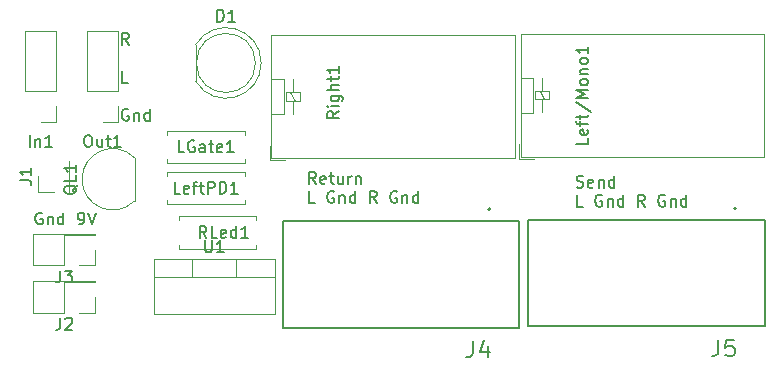
<source format=gbr>
%TF.GenerationSoftware,KiCad,Pcbnew,7.0.9*%
%TF.CreationDate,2024-06-09T17:27:21-04:00*%
%TF.ProjectId,PedalboardMain,50656461-6c62-46f6-9172-644d61696e2e,rev?*%
%TF.SameCoordinates,Original*%
%TF.FileFunction,Legend,Top*%
%TF.FilePolarity,Positive*%
%FSLAX46Y46*%
G04 Gerber Fmt 4.6, Leading zero omitted, Abs format (unit mm)*
G04 Created by KiCad (PCBNEW 7.0.9) date 2024-06-09 17:27:21*
%MOMM*%
%LPD*%
G01*
G04 APERTURE LIST*
%ADD10C,0.150000*%
%ADD11C,0.127000*%
%ADD12C,0.200000*%
%ADD13C,0.120000*%
G04 APERTURE END LIST*
D10*
X170389160Y-90902200D02*
X170532017Y-90949819D01*
X170532017Y-90949819D02*
X170770112Y-90949819D01*
X170770112Y-90949819D02*
X170865350Y-90902200D01*
X170865350Y-90902200D02*
X170912969Y-90854580D01*
X170912969Y-90854580D02*
X170960588Y-90759342D01*
X170960588Y-90759342D02*
X170960588Y-90664104D01*
X170960588Y-90664104D02*
X170912969Y-90568866D01*
X170912969Y-90568866D02*
X170865350Y-90521247D01*
X170865350Y-90521247D02*
X170770112Y-90473628D01*
X170770112Y-90473628D02*
X170579636Y-90426009D01*
X170579636Y-90426009D02*
X170484398Y-90378390D01*
X170484398Y-90378390D02*
X170436779Y-90330771D01*
X170436779Y-90330771D02*
X170389160Y-90235533D01*
X170389160Y-90235533D02*
X170389160Y-90140295D01*
X170389160Y-90140295D02*
X170436779Y-90045057D01*
X170436779Y-90045057D02*
X170484398Y-89997438D01*
X170484398Y-89997438D02*
X170579636Y-89949819D01*
X170579636Y-89949819D02*
X170817731Y-89949819D01*
X170817731Y-89949819D02*
X170960588Y-89997438D01*
X171770112Y-90902200D02*
X171674874Y-90949819D01*
X171674874Y-90949819D02*
X171484398Y-90949819D01*
X171484398Y-90949819D02*
X171389160Y-90902200D01*
X171389160Y-90902200D02*
X171341541Y-90806961D01*
X171341541Y-90806961D02*
X171341541Y-90426009D01*
X171341541Y-90426009D02*
X171389160Y-90330771D01*
X171389160Y-90330771D02*
X171484398Y-90283152D01*
X171484398Y-90283152D02*
X171674874Y-90283152D01*
X171674874Y-90283152D02*
X171770112Y-90330771D01*
X171770112Y-90330771D02*
X171817731Y-90426009D01*
X171817731Y-90426009D02*
X171817731Y-90521247D01*
X171817731Y-90521247D02*
X171341541Y-90616485D01*
X172246303Y-90283152D02*
X172246303Y-90949819D01*
X172246303Y-90378390D02*
X172293922Y-90330771D01*
X172293922Y-90330771D02*
X172389160Y-90283152D01*
X172389160Y-90283152D02*
X172532017Y-90283152D01*
X172532017Y-90283152D02*
X172627255Y-90330771D01*
X172627255Y-90330771D02*
X172674874Y-90426009D01*
X172674874Y-90426009D02*
X172674874Y-90949819D01*
X173579636Y-90949819D02*
X173579636Y-89949819D01*
X173579636Y-90902200D02*
X173484398Y-90949819D01*
X173484398Y-90949819D02*
X173293922Y-90949819D01*
X173293922Y-90949819D02*
X173198684Y-90902200D01*
X173198684Y-90902200D02*
X173151065Y-90854580D01*
X173151065Y-90854580D02*
X173103446Y-90759342D01*
X173103446Y-90759342D02*
X173103446Y-90473628D01*
X173103446Y-90473628D02*
X173151065Y-90378390D01*
X173151065Y-90378390D02*
X173198684Y-90330771D01*
X173198684Y-90330771D02*
X173293922Y-90283152D01*
X173293922Y-90283152D02*
X173484398Y-90283152D01*
X173484398Y-90283152D02*
X173579636Y-90330771D01*
X170912969Y-92559819D02*
X170436779Y-92559819D01*
X170436779Y-92559819D02*
X170436779Y-91559819D01*
X172532017Y-91607438D02*
X172436779Y-91559819D01*
X172436779Y-91559819D02*
X172293922Y-91559819D01*
X172293922Y-91559819D02*
X172151065Y-91607438D01*
X172151065Y-91607438D02*
X172055827Y-91702676D01*
X172055827Y-91702676D02*
X172008208Y-91797914D01*
X172008208Y-91797914D02*
X171960589Y-91988390D01*
X171960589Y-91988390D02*
X171960589Y-92131247D01*
X171960589Y-92131247D02*
X172008208Y-92321723D01*
X172008208Y-92321723D02*
X172055827Y-92416961D01*
X172055827Y-92416961D02*
X172151065Y-92512200D01*
X172151065Y-92512200D02*
X172293922Y-92559819D01*
X172293922Y-92559819D02*
X172389160Y-92559819D01*
X172389160Y-92559819D02*
X172532017Y-92512200D01*
X172532017Y-92512200D02*
X172579636Y-92464580D01*
X172579636Y-92464580D02*
X172579636Y-92131247D01*
X172579636Y-92131247D02*
X172389160Y-92131247D01*
X173008208Y-91893152D02*
X173008208Y-92559819D01*
X173008208Y-91988390D02*
X173055827Y-91940771D01*
X173055827Y-91940771D02*
X173151065Y-91893152D01*
X173151065Y-91893152D02*
X173293922Y-91893152D01*
X173293922Y-91893152D02*
X173389160Y-91940771D01*
X173389160Y-91940771D02*
X173436779Y-92036009D01*
X173436779Y-92036009D02*
X173436779Y-92559819D01*
X174341541Y-92559819D02*
X174341541Y-91559819D01*
X174341541Y-92512200D02*
X174246303Y-92559819D01*
X174246303Y-92559819D02*
X174055827Y-92559819D01*
X174055827Y-92559819D02*
X173960589Y-92512200D01*
X173960589Y-92512200D02*
X173912970Y-92464580D01*
X173912970Y-92464580D02*
X173865351Y-92369342D01*
X173865351Y-92369342D02*
X173865351Y-92083628D01*
X173865351Y-92083628D02*
X173912970Y-91988390D01*
X173912970Y-91988390D02*
X173960589Y-91940771D01*
X173960589Y-91940771D02*
X174055827Y-91893152D01*
X174055827Y-91893152D02*
X174246303Y-91893152D01*
X174246303Y-91893152D02*
X174341541Y-91940771D01*
X176151065Y-92559819D02*
X175817732Y-92083628D01*
X175579637Y-92559819D02*
X175579637Y-91559819D01*
X175579637Y-91559819D02*
X175960589Y-91559819D01*
X175960589Y-91559819D02*
X176055827Y-91607438D01*
X176055827Y-91607438D02*
X176103446Y-91655057D01*
X176103446Y-91655057D02*
X176151065Y-91750295D01*
X176151065Y-91750295D02*
X176151065Y-91893152D01*
X176151065Y-91893152D02*
X176103446Y-91988390D01*
X176103446Y-91988390D02*
X176055827Y-92036009D01*
X176055827Y-92036009D02*
X175960589Y-92083628D01*
X175960589Y-92083628D02*
X175579637Y-92083628D01*
X177865351Y-91607438D02*
X177770113Y-91559819D01*
X177770113Y-91559819D02*
X177627256Y-91559819D01*
X177627256Y-91559819D02*
X177484399Y-91607438D01*
X177484399Y-91607438D02*
X177389161Y-91702676D01*
X177389161Y-91702676D02*
X177341542Y-91797914D01*
X177341542Y-91797914D02*
X177293923Y-91988390D01*
X177293923Y-91988390D02*
X177293923Y-92131247D01*
X177293923Y-92131247D02*
X177341542Y-92321723D01*
X177341542Y-92321723D02*
X177389161Y-92416961D01*
X177389161Y-92416961D02*
X177484399Y-92512200D01*
X177484399Y-92512200D02*
X177627256Y-92559819D01*
X177627256Y-92559819D02*
X177722494Y-92559819D01*
X177722494Y-92559819D02*
X177865351Y-92512200D01*
X177865351Y-92512200D02*
X177912970Y-92464580D01*
X177912970Y-92464580D02*
X177912970Y-92131247D01*
X177912970Y-92131247D02*
X177722494Y-92131247D01*
X178341542Y-91893152D02*
X178341542Y-92559819D01*
X178341542Y-91988390D02*
X178389161Y-91940771D01*
X178389161Y-91940771D02*
X178484399Y-91893152D01*
X178484399Y-91893152D02*
X178627256Y-91893152D01*
X178627256Y-91893152D02*
X178722494Y-91940771D01*
X178722494Y-91940771D02*
X178770113Y-92036009D01*
X178770113Y-92036009D02*
X178770113Y-92559819D01*
X179674875Y-92559819D02*
X179674875Y-91559819D01*
X179674875Y-92512200D02*
X179579637Y-92559819D01*
X179579637Y-92559819D02*
X179389161Y-92559819D01*
X179389161Y-92559819D02*
X179293923Y-92512200D01*
X179293923Y-92512200D02*
X179246304Y-92464580D01*
X179246304Y-92464580D02*
X179198685Y-92369342D01*
X179198685Y-92369342D02*
X179198685Y-92083628D01*
X179198685Y-92083628D02*
X179246304Y-91988390D01*
X179246304Y-91988390D02*
X179293923Y-91940771D01*
X179293923Y-91940771D02*
X179389161Y-91893152D01*
X179389161Y-91893152D02*
X179579637Y-91893152D01*
X179579637Y-91893152D02*
X179674875Y-91940771D01*
X148308207Y-90649819D02*
X147974874Y-90173628D01*
X147736779Y-90649819D02*
X147736779Y-89649819D01*
X147736779Y-89649819D02*
X148117731Y-89649819D01*
X148117731Y-89649819D02*
X148212969Y-89697438D01*
X148212969Y-89697438D02*
X148260588Y-89745057D01*
X148260588Y-89745057D02*
X148308207Y-89840295D01*
X148308207Y-89840295D02*
X148308207Y-89983152D01*
X148308207Y-89983152D02*
X148260588Y-90078390D01*
X148260588Y-90078390D02*
X148212969Y-90126009D01*
X148212969Y-90126009D02*
X148117731Y-90173628D01*
X148117731Y-90173628D02*
X147736779Y-90173628D01*
X149117731Y-90602200D02*
X149022493Y-90649819D01*
X149022493Y-90649819D02*
X148832017Y-90649819D01*
X148832017Y-90649819D02*
X148736779Y-90602200D01*
X148736779Y-90602200D02*
X148689160Y-90506961D01*
X148689160Y-90506961D02*
X148689160Y-90126009D01*
X148689160Y-90126009D02*
X148736779Y-90030771D01*
X148736779Y-90030771D02*
X148832017Y-89983152D01*
X148832017Y-89983152D02*
X149022493Y-89983152D01*
X149022493Y-89983152D02*
X149117731Y-90030771D01*
X149117731Y-90030771D02*
X149165350Y-90126009D01*
X149165350Y-90126009D02*
X149165350Y-90221247D01*
X149165350Y-90221247D02*
X148689160Y-90316485D01*
X149451065Y-89983152D02*
X149832017Y-89983152D01*
X149593922Y-89649819D02*
X149593922Y-90506961D01*
X149593922Y-90506961D02*
X149641541Y-90602200D01*
X149641541Y-90602200D02*
X149736779Y-90649819D01*
X149736779Y-90649819D02*
X149832017Y-90649819D01*
X150593922Y-89983152D02*
X150593922Y-90649819D01*
X150165351Y-89983152D02*
X150165351Y-90506961D01*
X150165351Y-90506961D02*
X150212970Y-90602200D01*
X150212970Y-90602200D02*
X150308208Y-90649819D01*
X150308208Y-90649819D02*
X150451065Y-90649819D01*
X150451065Y-90649819D02*
X150546303Y-90602200D01*
X150546303Y-90602200D02*
X150593922Y-90554580D01*
X151070113Y-90649819D02*
X151070113Y-89983152D01*
X151070113Y-90173628D02*
X151117732Y-90078390D01*
X151117732Y-90078390D02*
X151165351Y-90030771D01*
X151165351Y-90030771D02*
X151260589Y-89983152D01*
X151260589Y-89983152D02*
X151355827Y-89983152D01*
X151689161Y-89983152D02*
X151689161Y-90649819D01*
X151689161Y-90078390D02*
X151736780Y-90030771D01*
X151736780Y-90030771D02*
X151832018Y-89983152D01*
X151832018Y-89983152D02*
X151974875Y-89983152D01*
X151974875Y-89983152D02*
X152070113Y-90030771D01*
X152070113Y-90030771D02*
X152117732Y-90126009D01*
X152117732Y-90126009D02*
X152117732Y-90649819D01*
X148212969Y-92259819D02*
X147736779Y-92259819D01*
X147736779Y-92259819D02*
X147736779Y-91259819D01*
X149832017Y-91307438D02*
X149736779Y-91259819D01*
X149736779Y-91259819D02*
X149593922Y-91259819D01*
X149593922Y-91259819D02*
X149451065Y-91307438D01*
X149451065Y-91307438D02*
X149355827Y-91402676D01*
X149355827Y-91402676D02*
X149308208Y-91497914D01*
X149308208Y-91497914D02*
X149260589Y-91688390D01*
X149260589Y-91688390D02*
X149260589Y-91831247D01*
X149260589Y-91831247D02*
X149308208Y-92021723D01*
X149308208Y-92021723D02*
X149355827Y-92116961D01*
X149355827Y-92116961D02*
X149451065Y-92212200D01*
X149451065Y-92212200D02*
X149593922Y-92259819D01*
X149593922Y-92259819D02*
X149689160Y-92259819D01*
X149689160Y-92259819D02*
X149832017Y-92212200D01*
X149832017Y-92212200D02*
X149879636Y-92164580D01*
X149879636Y-92164580D02*
X149879636Y-91831247D01*
X149879636Y-91831247D02*
X149689160Y-91831247D01*
X150308208Y-91593152D02*
X150308208Y-92259819D01*
X150308208Y-91688390D02*
X150355827Y-91640771D01*
X150355827Y-91640771D02*
X150451065Y-91593152D01*
X150451065Y-91593152D02*
X150593922Y-91593152D01*
X150593922Y-91593152D02*
X150689160Y-91640771D01*
X150689160Y-91640771D02*
X150736779Y-91736009D01*
X150736779Y-91736009D02*
X150736779Y-92259819D01*
X151641541Y-92259819D02*
X151641541Y-91259819D01*
X151641541Y-92212200D02*
X151546303Y-92259819D01*
X151546303Y-92259819D02*
X151355827Y-92259819D01*
X151355827Y-92259819D02*
X151260589Y-92212200D01*
X151260589Y-92212200D02*
X151212970Y-92164580D01*
X151212970Y-92164580D02*
X151165351Y-92069342D01*
X151165351Y-92069342D02*
X151165351Y-91783628D01*
X151165351Y-91783628D02*
X151212970Y-91688390D01*
X151212970Y-91688390D02*
X151260589Y-91640771D01*
X151260589Y-91640771D02*
X151355827Y-91593152D01*
X151355827Y-91593152D02*
X151546303Y-91593152D01*
X151546303Y-91593152D02*
X151641541Y-91640771D01*
X153451065Y-92259819D02*
X153117732Y-91783628D01*
X152879637Y-92259819D02*
X152879637Y-91259819D01*
X152879637Y-91259819D02*
X153260589Y-91259819D01*
X153260589Y-91259819D02*
X153355827Y-91307438D01*
X153355827Y-91307438D02*
X153403446Y-91355057D01*
X153403446Y-91355057D02*
X153451065Y-91450295D01*
X153451065Y-91450295D02*
X153451065Y-91593152D01*
X153451065Y-91593152D02*
X153403446Y-91688390D01*
X153403446Y-91688390D02*
X153355827Y-91736009D01*
X153355827Y-91736009D02*
X153260589Y-91783628D01*
X153260589Y-91783628D02*
X152879637Y-91783628D01*
X155165351Y-91307438D02*
X155070113Y-91259819D01*
X155070113Y-91259819D02*
X154927256Y-91259819D01*
X154927256Y-91259819D02*
X154784399Y-91307438D01*
X154784399Y-91307438D02*
X154689161Y-91402676D01*
X154689161Y-91402676D02*
X154641542Y-91497914D01*
X154641542Y-91497914D02*
X154593923Y-91688390D01*
X154593923Y-91688390D02*
X154593923Y-91831247D01*
X154593923Y-91831247D02*
X154641542Y-92021723D01*
X154641542Y-92021723D02*
X154689161Y-92116961D01*
X154689161Y-92116961D02*
X154784399Y-92212200D01*
X154784399Y-92212200D02*
X154927256Y-92259819D01*
X154927256Y-92259819D02*
X155022494Y-92259819D01*
X155022494Y-92259819D02*
X155165351Y-92212200D01*
X155165351Y-92212200D02*
X155212970Y-92164580D01*
X155212970Y-92164580D02*
X155212970Y-91831247D01*
X155212970Y-91831247D02*
X155022494Y-91831247D01*
X155641542Y-91593152D02*
X155641542Y-92259819D01*
X155641542Y-91688390D02*
X155689161Y-91640771D01*
X155689161Y-91640771D02*
X155784399Y-91593152D01*
X155784399Y-91593152D02*
X155927256Y-91593152D01*
X155927256Y-91593152D02*
X156022494Y-91640771D01*
X156022494Y-91640771D02*
X156070113Y-91736009D01*
X156070113Y-91736009D02*
X156070113Y-92259819D01*
X156974875Y-92259819D02*
X156974875Y-91259819D01*
X156974875Y-92212200D02*
X156879637Y-92259819D01*
X156879637Y-92259819D02*
X156689161Y-92259819D01*
X156689161Y-92259819D02*
X156593923Y-92212200D01*
X156593923Y-92212200D02*
X156546304Y-92164580D01*
X156546304Y-92164580D02*
X156498685Y-92069342D01*
X156498685Y-92069342D02*
X156498685Y-91783628D01*
X156498685Y-91783628D02*
X156546304Y-91688390D01*
X156546304Y-91688390D02*
X156593923Y-91640771D01*
X156593923Y-91640771D02*
X156689161Y-91593152D01*
X156689161Y-91593152D02*
X156879637Y-91593152D01*
X156879637Y-91593152D02*
X156974875Y-91640771D01*
X132488207Y-78839819D02*
X132154874Y-78363628D01*
X131916779Y-78839819D02*
X131916779Y-77839819D01*
X131916779Y-77839819D02*
X132297731Y-77839819D01*
X132297731Y-77839819D02*
X132392969Y-77887438D01*
X132392969Y-77887438D02*
X132440588Y-77935057D01*
X132440588Y-77935057D02*
X132488207Y-78030295D01*
X132488207Y-78030295D02*
X132488207Y-78173152D01*
X132488207Y-78173152D02*
X132440588Y-78268390D01*
X132440588Y-78268390D02*
X132392969Y-78316009D01*
X132392969Y-78316009D02*
X132297731Y-78363628D01*
X132297731Y-78363628D02*
X131916779Y-78363628D01*
X132392969Y-82059819D02*
X131916779Y-82059819D01*
X131916779Y-82059819D02*
X131916779Y-81059819D01*
X132440588Y-84327438D02*
X132345350Y-84279819D01*
X132345350Y-84279819D02*
X132202493Y-84279819D01*
X132202493Y-84279819D02*
X132059636Y-84327438D01*
X132059636Y-84327438D02*
X131964398Y-84422676D01*
X131964398Y-84422676D02*
X131916779Y-84517914D01*
X131916779Y-84517914D02*
X131869160Y-84708390D01*
X131869160Y-84708390D02*
X131869160Y-84851247D01*
X131869160Y-84851247D02*
X131916779Y-85041723D01*
X131916779Y-85041723D02*
X131964398Y-85136961D01*
X131964398Y-85136961D02*
X132059636Y-85232200D01*
X132059636Y-85232200D02*
X132202493Y-85279819D01*
X132202493Y-85279819D02*
X132297731Y-85279819D01*
X132297731Y-85279819D02*
X132440588Y-85232200D01*
X132440588Y-85232200D02*
X132488207Y-85184580D01*
X132488207Y-85184580D02*
X132488207Y-84851247D01*
X132488207Y-84851247D02*
X132297731Y-84851247D01*
X132916779Y-84613152D02*
X132916779Y-85279819D01*
X132916779Y-84708390D02*
X132964398Y-84660771D01*
X132964398Y-84660771D02*
X133059636Y-84613152D01*
X133059636Y-84613152D02*
X133202493Y-84613152D01*
X133202493Y-84613152D02*
X133297731Y-84660771D01*
X133297731Y-84660771D02*
X133345350Y-84756009D01*
X133345350Y-84756009D02*
X133345350Y-85279819D01*
X134250112Y-85279819D02*
X134250112Y-84279819D01*
X134250112Y-85232200D02*
X134154874Y-85279819D01*
X134154874Y-85279819D02*
X133964398Y-85279819D01*
X133964398Y-85279819D02*
X133869160Y-85232200D01*
X133869160Y-85232200D02*
X133821541Y-85184580D01*
X133821541Y-85184580D02*
X133773922Y-85089342D01*
X133773922Y-85089342D02*
X133773922Y-84803628D01*
X133773922Y-84803628D02*
X133821541Y-84708390D01*
X133821541Y-84708390D02*
X133869160Y-84660771D01*
X133869160Y-84660771D02*
X133964398Y-84613152D01*
X133964398Y-84613152D02*
X134154874Y-84613152D01*
X134154874Y-84613152D02*
X134250112Y-84660771D01*
X125135588Y-93117438D02*
X125040350Y-93069819D01*
X125040350Y-93069819D02*
X124897493Y-93069819D01*
X124897493Y-93069819D02*
X124754636Y-93117438D01*
X124754636Y-93117438D02*
X124659398Y-93212676D01*
X124659398Y-93212676D02*
X124611779Y-93307914D01*
X124611779Y-93307914D02*
X124564160Y-93498390D01*
X124564160Y-93498390D02*
X124564160Y-93641247D01*
X124564160Y-93641247D02*
X124611779Y-93831723D01*
X124611779Y-93831723D02*
X124659398Y-93926961D01*
X124659398Y-93926961D02*
X124754636Y-94022200D01*
X124754636Y-94022200D02*
X124897493Y-94069819D01*
X124897493Y-94069819D02*
X124992731Y-94069819D01*
X124992731Y-94069819D02*
X125135588Y-94022200D01*
X125135588Y-94022200D02*
X125183207Y-93974580D01*
X125183207Y-93974580D02*
X125183207Y-93641247D01*
X125183207Y-93641247D02*
X124992731Y-93641247D01*
X125611779Y-93403152D02*
X125611779Y-94069819D01*
X125611779Y-93498390D02*
X125659398Y-93450771D01*
X125659398Y-93450771D02*
X125754636Y-93403152D01*
X125754636Y-93403152D02*
X125897493Y-93403152D01*
X125897493Y-93403152D02*
X125992731Y-93450771D01*
X125992731Y-93450771D02*
X126040350Y-93546009D01*
X126040350Y-93546009D02*
X126040350Y-94069819D01*
X126945112Y-94069819D02*
X126945112Y-93069819D01*
X126945112Y-94022200D02*
X126849874Y-94069819D01*
X126849874Y-94069819D02*
X126659398Y-94069819D01*
X126659398Y-94069819D02*
X126564160Y-94022200D01*
X126564160Y-94022200D02*
X126516541Y-93974580D01*
X126516541Y-93974580D02*
X126468922Y-93879342D01*
X126468922Y-93879342D02*
X126468922Y-93593628D01*
X126468922Y-93593628D02*
X126516541Y-93498390D01*
X126516541Y-93498390D02*
X126564160Y-93450771D01*
X126564160Y-93450771D02*
X126659398Y-93403152D01*
X126659398Y-93403152D02*
X126849874Y-93403152D01*
X126849874Y-93403152D02*
X126945112Y-93450771D01*
X128230827Y-94069819D02*
X128421303Y-94069819D01*
X128421303Y-94069819D02*
X128516541Y-94022200D01*
X128516541Y-94022200D02*
X128564160Y-93974580D01*
X128564160Y-93974580D02*
X128659398Y-93831723D01*
X128659398Y-93831723D02*
X128707017Y-93641247D01*
X128707017Y-93641247D02*
X128707017Y-93260295D01*
X128707017Y-93260295D02*
X128659398Y-93165057D01*
X128659398Y-93165057D02*
X128611779Y-93117438D01*
X128611779Y-93117438D02*
X128516541Y-93069819D01*
X128516541Y-93069819D02*
X128326065Y-93069819D01*
X128326065Y-93069819D02*
X128230827Y-93117438D01*
X128230827Y-93117438D02*
X128183208Y-93165057D01*
X128183208Y-93165057D02*
X128135589Y-93260295D01*
X128135589Y-93260295D02*
X128135589Y-93498390D01*
X128135589Y-93498390D02*
X128183208Y-93593628D01*
X128183208Y-93593628D02*
X128230827Y-93641247D01*
X128230827Y-93641247D02*
X128326065Y-93688866D01*
X128326065Y-93688866D02*
X128516541Y-93688866D01*
X128516541Y-93688866D02*
X128611779Y-93641247D01*
X128611779Y-93641247D02*
X128659398Y-93593628D01*
X128659398Y-93593628D02*
X128707017Y-93498390D01*
X128992732Y-93069819D02*
X129326065Y-94069819D01*
X129326065Y-94069819D02*
X129659398Y-93069819D01*
X182388333Y-103828866D02*
X182388333Y-104828866D01*
X182388333Y-104828866D02*
X182321666Y-105028866D01*
X182321666Y-105028866D02*
X182188333Y-105162200D01*
X182188333Y-105162200D02*
X181988333Y-105228866D01*
X181988333Y-105228866D02*
X181855000Y-105228866D01*
X183721667Y-103828866D02*
X183055000Y-103828866D01*
X183055000Y-103828866D02*
X182988333Y-104495533D01*
X182988333Y-104495533D02*
X183055000Y-104428866D01*
X183055000Y-104428866D02*
X183188333Y-104362200D01*
X183188333Y-104362200D02*
X183521667Y-104362200D01*
X183521667Y-104362200D02*
X183655000Y-104428866D01*
X183655000Y-104428866D02*
X183721667Y-104495533D01*
X183721667Y-104495533D02*
X183788333Y-104628866D01*
X183788333Y-104628866D02*
X183788333Y-104962200D01*
X183788333Y-104962200D02*
X183721667Y-105095533D01*
X183721667Y-105095533D02*
X183655000Y-105162200D01*
X183655000Y-105162200D02*
X183521667Y-105228866D01*
X183521667Y-105228866D02*
X183188333Y-105228866D01*
X183188333Y-105228866D02*
X183055000Y-105162200D01*
X183055000Y-105162200D02*
X182988333Y-105095533D01*
X150254819Y-84495238D02*
X149778628Y-84828571D01*
X150254819Y-85066666D02*
X149254819Y-85066666D01*
X149254819Y-85066666D02*
X149254819Y-84685714D01*
X149254819Y-84685714D02*
X149302438Y-84590476D01*
X149302438Y-84590476D02*
X149350057Y-84542857D01*
X149350057Y-84542857D02*
X149445295Y-84495238D01*
X149445295Y-84495238D02*
X149588152Y-84495238D01*
X149588152Y-84495238D02*
X149683390Y-84542857D01*
X149683390Y-84542857D02*
X149731009Y-84590476D01*
X149731009Y-84590476D02*
X149778628Y-84685714D01*
X149778628Y-84685714D02*
X149778628Y-85066666D01*
X150254819Y-84066666D02*
X149588152Y-84066666D01*
X149254819Y-84066666D02*
X149302438Y-84114285D01*
X149302438Y-84114285D02*
X149350057Y-84066666D01*
X149350057Y-84066666D02*
X149302438Y-84019047D01*
X149302438Y-84019047D02*
X149254819Y-84066666D01*
X149254819Y-84066666D02*
X149350057Y-84066666D01*
X149588152Y-83161905D02*
X150397676Y-83161905D01*
X150397676Y-83161905D02*
X150492914Y-83209524D01*
X150492914Y-83209524D02*
X150540533Y-83257143D01*
X150540533Y-83257143D02*
X150588152Y-83352381D01*
X150588152Y-83352381D02*
X150588152Y-83495238D01*
X150588152Y-83495238D02*
X150540533Y-83590476D01*
X150207200Y-83161905D02*
X150254819Y-83257143D01*
X150254819Y-83257143D02*
X150254819Y-83447619D01*
X150254819Y-83447619D02*
X150207200Y-83542857D01*
X150207200Y-83542857D02*
X150159580Y-83590476D01*
X150159580Y-83590476D02*
X150064342Y-83638095D01*
X150064342Y-83638095D02*
X149778628Y-83638095D01*
X149778628Y-83638095D02*
X149683390Y-83590476D01*
X149683390Y-83590476D02*
X149635771Y-83542857D01*
X149635771Y-83542857D02*
X149588152Y-83447619D01*
X149588152Y-83447619D02*
X149588152Y-83257143D01*
X149588152Y-83257143D02*
X149635771Y-83161905D01*
X150254819Y-82685714D02*
X149254819Y-82685714D01*
X150254819Y-82257143D02*
X149731009Y-82257143D01*
X149731009Y-82257143D02*
X149635771Y-82304762D01*
X149635771Y-82304762D02*
X149588152Y-82400000D01*
X149588152Y-82400000D02*
X149588152Y-82542857D01*
X149588152Y-82542857D02*
X149635771Y-82638095D01*
X149635771Y-82638095D02*
X149683390Y-82685714D01*
X149588152Y-81923809D02*
X149588152Y-81542857D01*
X149254819Y-81780952D02*
X150111961Y-81780952D01*
X150111961Y-81780952D02*
X150207200Y-81733333D01*
X150207200Y-81733333D02*
X150254819Y-81638095D01*
X150254819Y-81638095D02*
X150254819Y-81542857D01*
X150254819Y-80685714D02*
X150254819Y-81257142D01*
X150254819Y-80971428D02*
X149254819Y-80971428D01*
X149254819Y-80971428D02*
X149397676Y-81066666D01*
X149397676Y-81066666D02*
X149492914Y-81161904D01*
X149492914Y-81161904D02*
X149540533Y-81257142D01*
X161588333Y-103928866D02*
X161588333Y-104928866D01*
X161588333Y-104928866D02*
X161521666Y-105128866D01*
X161521666Y-105128866D02*
X161388333Y-105262200D01*
X161388333Y-105262200D02*
X161188333Y-105328866D01*
X161188333Y-105328866D02*
X161055000Y-105328866D01*
X162855000Y-104395533D02*
X162855000Y-105328866D01*
X162521667Y-103862200D02*
X162188333Y-104862200D01*
X162188333Y-104862200D02*
X163055000Y-104862200D01*
X136833332Y-91454819D02*
X136357142Y-91454819D01*
X136357142Y-91454819D02*
X136357142Y-90454819D01*
X137547618Y-91407200D02*
X137452380Y-91454819D01*
X137452380Y-91454819D02*
X137261904Y-91454819D01*
X137261904Y-91454819D02*
X137166666Y-91407200D01*
X137166666Y-91407200D02*
X137119047Y-91311961D01*
X137119047Y-91311961D02*
X137119047Y-90931009D01*
X137119047Y-90931009D02*
X137166666Y-90835771D01*
X137166666Y-90835771D02*
X137261904Y-90788152D01*
X137261904Y-90788152D02*
X137452380Y-90788152D01*
X137452380Y-90788152D02*
X137547618Y-90835771D01*
X137547618Y-90835771D02*
X137595237Y-90931009D01*
X137595237Y-90931009D02*
X137595237Y-91026247D01*
X137595237Y-91026247D02*
X137119047Y-91121485D01*
X137880952Y-90788152D02*
X138261904Y-90788152D01*
X138023809Y-91454819D02*
X138023809Y-90597676D01*
X138023809Y-90597676D02*
X138071428Y-90502438D01*
X138071428Y-90502438D02*
X138166666Y-90454819D01*
X138166666Y-90454819D02*
X138261904Y-90454819D01*
X138452381Y-90788152D02*
X138833333Y-90788152D01*
X138595238Y-90454819D02*
X138595238Y-91311961D01*
X138595238Y-91311961D02*
X138642857Y-91407200D01*
X138642857Y-91407200D02*
X138738095Y-91454819D01*
X138738095Y-91454819D02*
X138833333Y-91454819D01*
X139166667Y-91454819D02*
X139166667Y-90454819D01*
X139166667Y-90454819D02*
X139547619Y-90454819D01*
X139547619Y-90454819D02*
X139642857Y-90502438D01*
X139642857Y-90502438D02*
X139690476Y-90550057D01*
X139690476Y-90550057D02*
X139738095Y-90645295D01*
X139738095Y-90645295D02*
X139738095Y-90788152D01*
X139738095Y-90788152D02*
X139690476Y-90883390D01*
X139690476Y-90883390D02*
X139642857Y-90931009D01*
X139642857Y-90931009D02*
X139547619Y-90978628D01*
X139547619Y-90978628D02*
X139166667Y-90978628D01*
X140166667Y-91454819D02*
X140166667Y-90454819D01*
X140166667Y-90454819D02*
X140404762Y-90454819D01*
X140404762Y-90454819D02*
X140547619Y-90502438D01*
X140547619Y-90502438D02*
X140642857Y-90597676D01*
X140642857Y-90597676D02*
X140690476Y-90692914D01*
X140690476Y-90692914D02*
X140738095Y-90883390D01*
X140738095Y-90883390D02*
X140738095Y-91026247D01*
X140738095Y-91026247D02*
X140690476Y-91216723D01*
X140690476Y-91216723D02*
X140642857Y-91311961D01*
X140642857Y-91311961D02*
X140547619Y-91407200D01*
X140547619Y-91407200D02*
X140404762Y-91454819D01*
X140404762Y-91454819D02*
X140166667Y-91454819D01*
X141690476Y-91454819D02*
X141119048Y-91454819D01*
X141404762Y-91454819D02*
X141404762Y-90454819D01*
X141404762Y-90454819D02*
X141309524Y-90597676D01*
X141309524Y-90597676D02*
X141214286Y-90692914D01*
X141214286Y-90692914D02*
X141119048Y-90740533D01*
X128100057Y-90750000D02*
X128052438Y-90845238D01*
X128052438Y-90845238D02*
X127957200Y-90940476D01*
X127957200Y-90940476D02*
X127814342Y-91083333D01*
X127814342Y-91083333D02*
X127766723Y-91178571D01*
X127766723Y-91178571D02*
X127766723Y-91273809D01*
X128004819Y-91226190D02*
X127957200Y-91321428D01*
X127957200Y-91321428D02*
X127861961Y-91416666D01*
X127861961Y-91416666D02*
X127671485Y-91464285D01*
X127671485Y-91464285D02*
X127338152Y-91464285D01*
X127338152Y-91464285D02*
X127147676Y-91416666D01*
X127147676Y-91416666D02*
X127052438Y-91321428D01*
X127052438Y-91321428D02*
X127004819Y-91226190D01*
X127004819Y-91226190D02*
X127004819Y-91035714D01*
X127004819Y-91035714D02*
X127052438Y-90940476D01*
X127052438Y-90940476D02*
X127147676Y-90845238D01*
X127147676Y-90845238D02*
X127338152Y-90797619D01*
X127338152Y-90797619D02*
X127671485Y-90797619D01*
X127671485Y-90797619D02*
X127861961Y-90845238D01*
X127861961Y-90845238D02*
X127957200Y-90940476D01*
X127957200Y-90940476D02*
X128004819Y-91035714D01*
X128004819Y-91035714D02*
X128004819Y-91226190D01*
X128004819Y-89892857D02*
X128004819Y-90369047D01*
X128004819Y-90369047D02*
X127004819Y-90369047D01*
X128004819Y-89035714D02*
X128004819Y-89607142D01*
X128004819Y-89321428D02*
X127004819Y-89321428D01*
X127004819Y-89321428D02*
X127147676Y-89416666D01*
X127147676Y-89416666D02*
X127242914Y-89511904D01*
X127242914Y-89511904D02*
X127290533Y-89607142D01*
X139956905Y-76894819D02*
X139956905Y-75894819D01*
X139956905Y-75894819D02*
X140195000Y-75894819D01*
X140195000Y-75894819D02*
X140337857Y-75942438D01*
X140337857Y-75942438D02*
X140433095Y-76037676D01*
X140433095Y-76037676D02*
X140480714Y-76132914D01*
X140480714Y-76132914D02*
X140528333Y-76323390D01*
X140528333Y-76323390D02*
X140528333Y-76466247D01*
X140528333Y-76466247D02*
X140480714Y-76656723D01*
X140480714Y-76656723D02*
X140433095Y-76751961D01*
X140433095Y-76751961D02*
X140337857Y-76847200D01*
X140337857Y-76847200D02*
X140195000Y-76894819D01*
X140195000Y-76894819D02*
X139956905Y-76894819D01*
X141480714Y-76894819D02*
X140909286Y-76894819D01*
X141195000Y-76894819D02*
X141195000Y-75894819D01*
X141195000Y-75894819D02*
X141099762Y-76037676D01*
X141099762Y-76037676D02*
X141004524Y-76132914D01*
X141004524Y-76132914D02*
X140909286Y-76180533D01*
X126671666Y-97984819D02*
X126671666Y-98699104D01*
X126671666Y-98699104D02*
X126624047Y-98841961D01*
X126624047Y-98841961D02*
X126528809Y-98937200D01*
X126528809Y-98937200D02*
X126385952Y-98984819D01*
X126385952Y-98984819D02*
X126290714Y-98984819D01*
X127052619Y-97984819D02*
X127671666Y-97984819D01*
X127671666Y-97984819D02*
X127338333Y-98365771D01*
X127338333Y-98365771D02*
X127481190Y-98365771D01*
X127481190Y-98365771D02*
X127576428Y-98413390D01*
X127576428Y-98413390D02*
X127624047Y-98461009D01*
X127624047Y-98461009D02*
X127671666Y-98556247D01*
X127671666Y-98556247D02*
X127671666Y-98794342D01*
X127671666Y-98794342D02*
X127624047Y-98889580D01*
X127624047Y-98889580D02*
X127576428Y-98937200D01*
X127576428Y-98937200D02*
X127481190Y-98984819D01*
X127481190Y-98984819D02*
X127195476Y-98984819D01*
X127195476Y-98984819D02*
X127100238Y-98937200D01*
X127100238Y-98937200D02*
X127052619Y-98889580D01*
X139047618Y-95204819D02*
X138714285Y-94728628D01*
X138476190Y-95204819D02*
X138476190Y-94204819D01*
X138476190Y-94204819D02*
X138857142Y-94204819D01*
X138857142Y-94204819D02*
X138952380Y-94252438D01*
X138952380Y-94252438D02*
X138999999Y-94300057D01*
X138999999Y-94300057D02*
X139047618Y-94395295D01*
X139047618Y-94395295D02*
X139047618Y-94538152D01*
X139047618Y-94538152D02*
X138999999Y-94633390D01*
X138999999Y-94633390D02*
X138952380Y-94681009D01*
X138952380Y-94681009D02*
X138857142Y-94728628D01*
X138857142Y-94728628D02*
X138476190Y-94728628D01*
X139952380Y-95204819D02*
X139476190Y-95204819D01*
X139476190Y-95204819D02*
X139476190Y-94204819D01*
X140666666Y-95157200D02*
X140571428Y-95204819D01*
X140571428Y-95204819D02*
X140380952Y-95204819D01*
X140380952Y-95204819D02*
X140285714Y-95157200D01*
X140285714Y-95157200D02*
X140238095Y-95061961D01*
X140238095Y-95061961D02*
X140238095Y-94681009D01*
X140238095Y-94681009D02*
X140285714Y-94585771D01*
X140285714Y-94585771D02*
X140380952Y-94538152D01*
X140380952Y-94538152D02*
X140571428Y-94538152D01*
X140571428Y-94538152D02*
X140666666Y-94585771D01*
X140666666Y-94585771D02*
X140714285Y-94681009D01*
X140714285Y-94681009D02*
X140714285Y-94776247D01*
X140714285Y-94776247D02*
X140238095Y-94871485D01*
X141571428Y-95204819D02*
X141571428Y-94204819D01*
X141571428Y-95157200D02*
X141476190Y-95204819D01*
X141476190Y-95204819D02*
X141285714Y-95204819D01*
X141285714Y-95204819D02*
X141190476Y-95157200D01*
X141190476Y-95157200D02*
X141142857Y-95109580D01*
X141142857Y-95109580D02*
X141095238Y-95014342D01*
X141095238Y-95014342D02*
X141095238Y-94728628D01*
X141095238Y-94728628D02*
X141142857Y-94633390D01*
X141142857Y-94633390D02*
X141190476Y-94585771D01*
X141190476Y-94585771D02*
X141285714Y-94538152D01*
X141285714Y-94538152D02*
X141476190Y-94538152D01*
X141476190Y-94538152D02*
X141571428Y-94585771D01*
X142571428Y-95204819D02*
X142000000Y-95204819D01*
X142285714Y-95204819D02*
X142285714Y-94204819D01*
X142285714Y-94204819D02*
X142190476Y-94347676D01*
X142190476Y-94347676D02*
X142095238Y-94442914D01*
X142095238Y-94442914D02*
X142000000Y-94490533D01*
X171354819Y-86771548D02*
X171354819Y-87247738D01*
X171354819Y-87247738D02*
X170354819Y-87247738D01*
X171307200Y-86057262D02*
X171354819Y-86152500D01*
X171354819Y-86152500D02*
X171354819Y-86342976D01*
X171354819Y-86342976D02*
X171307200Y-86438214D01*
X171307200Y-86438214D02*
X171211961Y-86485833D01*
X171211961Y-86485833D02*
X170831009Y-86485833D01*
X170831009Y-86485833D02*
X170735771Y-86438214D01*
X170735771Y-86438214D02*
X170688152Y-86342976D01*
X170688152Y-86342976D02*
X170688152Y-86152500D01*
X170688152Y-86152500D02*
X170735771Y-86057262D01*
X170735771Y-86057262D02*
X170831009Y-86009643D01*
X170831009Y-86009643D02*
X170926247Y-86009643D01*
X170926247Y-86009643D02*
X171021485Y-86485833D01*
X170688152Y-85723928D02*
X170688152Y-85342976D01*
X171354819Y-85581071D02*
X170497676Y-85581071D01*
X170497676Y-85581071D02*
X170402438Y-85533452D01*
X170402438Y-85533452D02*
X170354819Y-85438214D01*
X170354819Y-85438214D02*
X170354819Y-85342976D01*
X170688152Y-85152499D02*
X170688152Y-84771547D01*
X170354819Y-85009642D02*
X171211961Y-85009642D01*
X171211961Y-85009642D02*
X171307200Y-84962023D01*
X171307200Y-84962023D02*
X171354819Y-84866785D01*
X171354819Y-84866785D02*
X171354819Y-84771547D01*
X170307200Y-83723928D02*
X171592914Y-84581070D01*
X171354819Y-83390594D02*
X170354819Y-83390594D01*
X170354819Y-83390594D02*
X171069104Y-83057261D01*
X171069104Y-83057261D02*
X170354819Y-82723928D01*
X170354819Y-82723928D02*
X171354819Y-82723928D01*
X171354819Y-82104880D02*
X171307200Y-82200118D01*
X171307200Y-82200118D02*
X171259580Y-82247737D01*
X171259580Y-82247737D02*
X171164342Y-82295356D01*
X171164342Y-82295356D02*
X170878628Y-82295356D01*
X170878628Y-82295356D02*
X170783390Y-82247737D01*
X170783390Y-82247737D02*
X170735771Y-82200118D01*
X170735771Y-82200118D02*
X170688152Y-82104880D01*
X170688152Y-82104880D02*
X170688152Y-81962023D01*
X170688152Y-81962023D02*
X170735771Y-81866785D01*
X170735771Y-81866785D02*
X170783390Y-81819166D01*
X170783390Y-81819166D02*
X170878628Y-81771547D01*
X170878628Y-81771547D02*
X171164342Y-81771547D01*
X171164342Y-81771547D02*
X171259580Y-81819166D01*
X171259580Y-81819166D02*
X171307200Y-81866785D01*
X171307200Y-81866785D02*
X171354819Y-81962023D01*
X171354819Y-81962023D02*
X171354819Y-82104880D01*
X170688152Y-81342975D02*
X171354819Y-81342975D01*
X170783390Y-81342975D02*
X170735771Y-81295356D01*
X170735771Y-81295356D02*
X170688152Y-81200118D01*
X170688152Y-81200118D02*
X170688152Y-81057261D01*
X170688152Y-81057261D02*
X170735771Y-80962023D01*
X170735771Y-80962023D02*
X170831009Y-80914404D01*
X170831009Y-80914404D02*
X171354819Y-80914404D01*
X171354819Y-80295356D02*
X171307200Y-80390594D01*
X171307200Y-80390594D02*
X171259580Y-80438213D01*
X171259580Y-80438213D02*
X171164342Y-80485832D01*
X171164342Y-80485832D02*
X170878628Y-80485832D01*
X170878628Y-80485832D02*
X170783390Y-80438213D01*
X170783390Y-80438213D02*
X170735771Y-80390594D01*
X170735771Y-80390594D02*
X170688152Y-80295356D01*
X170688152Y-80295356D02*
X170688152Y-80152499D01*
X170688152Y-80152499D02*
X170735771Y-80057261D01*
X170735771Y-80057261D02*
X170783390Y-80009642D01*
X170783390Y-80009642D02*
X170878628Y-79962023D01*
X170878628Y-79962023D02*
X171164342Y-79962023D01*
X171164342Y-79962023D02*
X171259580Y-80009642D01*
X171259580Y-80009642D02*
X171307200Y-80057261D01*
X171307200Y-80057261D02*
X171354819Y-80152499D01*
X171354819Y-80152499D02*
X171354819Y-80295356D01*
X171354819Y-79009642D02*
X171354819Y-79581070D01*
X171354819Y-79295356D02*
X170354819Y-79295356D01*
X170354819Y-79295356D02*
X170497676Y-79390594D01*
X170497676Y-79390594D02*
X170592914Y-79485832D01*
X170592914Y-79485832D02*
X170640533Y-79581070D01*
X138938095Y-95429819D02*
X138938095Y-96239342D01*
X138938095Y-96239342D02*
X138985714Y-96334580D01*
X138985714Y-96334580D02*
X139033333Y-96382200D01*
X139033333Y-96382200D02*
X139128571Y-96429819D01*
X139128571Y-96429819D02*
X139319047Y-96429819D01*
X139319047Y-96429819D02*
X139414285Y-96382200D01*
X139414285Y-96382200D02*
X139461904Y-96334580D01*
X139461904Y-96334580D02*
X139509523Y-96239342D01*
X139509523Y-96239342D02*
X139509523Y-95429819D01*
X140509523Y-96429819D02*
X139938095Y-96429819D01*
X140223809Y-96429819D02*
X140223809Y-95429819D01*
X140223809Y-95429819D02*
X140128571Y-95572676D01*
X140128571Y-95572676D02*
X140033333Y-95667914D01*
X140033333Y-95667914D02*
X139938095Y-95715533D01*
X124071429Y-87509819D02*
X124071429Y-86509819D01*
X124547619Y-86843152D02*
X124547619Y-87509819D01*
X124547619Y-86938390D02*
X124595238Y-86890771D01*
X124595238Y-86890771D02*
X124690476Y-86843152D01*
X124690476Y-86843152D02*
X124833333Y-86843152D01*
X124833333Y-86843152D02*
X124928571Y-86890771D01*
X124928571Y-86890771D02*
X124976190Y-86986009D01*
X124976190Y-86986009D02*
X124976190Y-87509819D01*
X125976190Y-87509819D02*
X125404762Y-87509819D01*
X125690476Y-87509819D02*
X125690476Y-86509819D01*
X125690476Y-86509819D02*
X125595238Y-86652676D01*
X125595238Y-86652676D02*
X125500000Y-86747914D01*
X125500000Y-86747914D02*
X125404762Y-86795533D01*
X123224819Y-90333333D02*
X123939104Y-90333333D01*
X123939104Y-90333333D02*
X124081961Y-90380952D01*
X124081961Y-90380952D02*
X124177200Y-90476190D01*
X124177200Y-90476190D02*
X124224819Y-90619047D01*
X124224819Y-90619047D02*
X124224819Y-90714285D01*
X124224819Y-89333333D02*
X124224819Y-89904761D01*
X124224819Y-89619047D02*
X123224819Y-89619047D01*
X123224819Y-89619047D02*
X123367676Y-89714285D01*
X123367676Y-89714285D02*
X123462914Y-89809523D01*
X123462914Y-89809523D02*
X123510533Y-89904761D01*
X137166666Y-87954819D02*
X136690476Y-87954819D01*
X136690476Y-87954819D02*
X136690476Y-86954819D01*
X138023809Y-87002438D02*
X137928571Y-86954819D01*
X137928571Y-86954819D02*
X137785714Y-86954819D01*
X137785714Y-86954819D02*
X137642857Y-87002438D01*
X137642857Y-87002438D02*
X137547619Y-87097676D01*
X137547619Y-87097676D02*
X137500000Y-87192914D01*
X137500000Y-87192914D02*
X137452381Y-87383390D01*
X137452381Y-87383390D02*
X137452381Y-87526247D01*
X137452381Y-87526247D02*
X137500000Y-87716723D01*
X137500000Y-87716723D02*
X137547619Y-87811961D01*
X137547619Y-87811961D02*
X137642857Y-87907200D01*
X137642857Y-87907200D02*
X137785714Y-87954819D01*
X137785714Y-87954819D02*
X137880952Y-87954819D01*
X137880952Y-87954819D02*
X138023809Y-87907200D01*
X138023809Y-87907200D02*
X138071428Y-87859580D01*
X138071428Y-87859580D02*
X138071428Y-87526247D01*
X138071428Y-87526247D02*
X137880952Y-87526247D01*
X138928571Y-87954819D02*
X138928571Y-87431009D01*
X138928571Y-87431009D02*
X138880952Y-87335771D01*
X138880952Y-87335771D02*
X138785714Y-87288152D01*
X138785714Y-87288152D02*
X138595238Y-87288152D01*
X138595238Y-87288152D02*
X138500000Y-87335771D01*
X138928571Y-87907200D02*
X138833333Y-87954819D01*
X138833333Y-87954819D02*
X138595238Y-87954819D01*
X138595238Y-87954819D02*
X138500000Y-87907200D01*
X138500000Y-87907200D02*
X138452381Y-87811961D01*
X138452381Y-87811961D02*
X138452381Y-87716723D01*
X138452381Y-87716723D02*
X138500000Y-87621485D01*
X138500000Y-87621485D02*
X138595238Y-87573866D01*
X138595238Y-87573866D02*
X138833333Y-87573866D01*
X138833333Y-87573866D02*
X138928571Y-87526247D01*
X139261905Y-87288152D02*
X139642857Y-87288152D01*
X139404762Y-86954819D02*
X139404762Y-87811961D01*
X139404762Y-87811961D02*
X139452381Y-87907200D01*
X139452381Y-87907200D02*
X139547619Y-87954819D01*
X139547619Y-87954819D02*
X139642857Y-87954819D01*
X140357143Y-87907200D02*
X140261905Y-87954819D01*
X140261905Y-87954819D02*
X140071429Y-87954819D01*
X140071429Y-87954819D02*
X139976191Y-87907200D01*
X139976191Y-87907200D02*
X139928572Y-87811961D01*
X139928572Y-87811961D02*
X139928572Y-87431009D01*
X139928572Y-87431009D02*
X139976191Y-87335771D01*
X139976191Y-87335771D02*
X140071429Y-87288152D01*
X140071429Y-87288152D02*
X140261905Y-87288152D01*
X140261905Y-87288152D02*
X140357143Y-87335771D01*
X140357143Y-87335771D02*
X140404762Y-87431009D01*
X140404762Y-87431009D02*
X140404762Y-87526247D01*
X140404762Y-87526247D02*
X139928572Y-87621485D01*
X141357143Y-87954819D02*
X140785715Y-87954819D01*
X141071429Y-87954819D02*
X141071429Y-86954819D01*
X141071429Y-86954819D02*
X140976191Y-87097676D01*
X140976191Y-87097676D02*
X140880953Y-87192914D01*
X140880953Y-87192914D02*
X140785715Y-87240533D01*
X126671666Y-101984819D02*
X126671666Y-102699104D01*
X126671666Y-102699104D02*
X126624047Y-102841961D01*
X126624047Y-102841961D02*
X126528809Y-102937200D01*
X126528809Y-102937200D02*
X126385952Y-102984819D01*
X126385952Y-102984819D02*
X126290714Y-102984819D01*
X127100238Y-102080057D02*
X127147857Y-102032438D01*
X127147857Y-102032438D02*
X127243095Y-101984819D01*
X127243095Y-101984819D02*
X127481190Y-101984819D01*
X127481190Y-101984819D02*
X127576428Y-102032438D01*
X127576428Y-102032438D02*
X127624047Y-102080057D01*
X127624047Y-102080057D02*
X127671666Y-102175295D01*
X127671666Y-102175295D02*
X127671666Y-102270533D01*
X127671666Y-102270533D02*
X127624047Y-102413390D01*
X127624047Y-102413390D02*
X127052619Y-102984819D01*
X127052619Y-102984819D02*
X127671666Y-102984819D01*
X128940476Y-86509819D02*
X129130952Y-86509819D01*
X129130952Y-86509819D02*
X129226190Y-86557438D01*
X129226190Y-86557438D02*
X129321428Y-86652676D01*
X129321428Y-86652676D02*
X129369047Y-86843152D01*
X129369047Y-86843152D02*
X129369047Y-87176485D01*
X129369047Y-87176485D02*
X129321428Y-87366961D01*
X129321428Y-87366961D02*
X129226190Y-87462200D01*
X129226190Y-87462200D02*
X129130952Y-87509819D01*
X129130952Y-87509819D02*
X128940476Y-87509819D01*
X128940476Y-87509819D02*
X128845238Y-87462200D01*
X128845238Y-87462200D02*
X128750000Y-87366961D01*
X128750000Y-87366961D02*
X128702381Y-87176485D01*
X128702381Y-87176485D02*
X128702381Y-86843152D01*
X128702381Y-86843152D02*
X128750000Y-86652676D01*
X128750000Y-86652676D02*
X128845238Y-86557438D01*
X128845238Y-86557438D02*
X128940476Y-86509819D01*
X130226190Y-86843152D02*
X130226190Y-87509819D01*
X129797619Y-86843152D02*
X129797619Y-87366961D01*
X129797619Y-87366961D02*
X129845238Y-87462200D01*
X129845238Y-87462200D02*
X129940476Y-87509819D01*
X129940476Y-87509819D02*
X130083333Y-87509819D01*
X130083333Y-87509819D02*
X130178571Y-87462200D01*
X130178571Y-87462200D02*
X130226190Y-87414580D01*
X130559524Y-86843152D02*
X130940476Y-86843152D01*
X130702381Y-86509819D02*
X130702381Y-87366961D01*
X130702381Y-87366961D02*
X130750000Y-87462200D01*
X130750000Y-87462200D02*
X130845238Y-87509819D01*
X130845238Y-87509819D02*
X130940476Y-87509819D01*
X131797619Y-87509819D02*
X131226191Y-87509819D01*
X131511905Y-87509819D02*
X131511905Y-86509819D01*
X131511905Y-86509819D02*
X131416667Y-86652676D01*
X131416667Y-86652676D02*
X131321429Y-86747914D01*
X131321429Y-86747914D02*
X131226191Y-86795533D01*
D11*
%TO.C,J5*%
X186300000Y-93700000D02*
X186300000Y-102700000D01*
X166300000Y-102700000D02*
X166300000Y-93700000D01*
X186300000Y-102700000D02*
X166300000Y-102700000D01*
X166300000Y-93700000D02*
X186300000Y-93700000D01*
D12*
X183900000Y-92700000D02*
G75*
G03*
X183900000Y-92700000I-100000J0D01*
G01*
D13*
%TO.C,Right1*%
X165132500Y-78062500D02*
X144542500Y-78062500D01*
X144542500Y-78062500D02*
X144542500Y-88442500D01*
X145602500Y-81762500D02*
X144542500Y-81762500D01*
X146952500Y-82892500D02*
X145752500Y-82892500D01*
X146382500Y-82892500D02*
X146382500Y-81792500D01*
X145752500Y-82892500D02*
X145752500Y-83592500D01*
X146952500Y-83592500D02*
X146952500Y-82892500D01*
X146552500Y-83592500D02*
X146152500Y-82892500D01*
X146382500Y-83592500D02*
X146382500Y-84692500D01*
X145752500Y-83592500D02*
X146952500Y-83592500D01*
X145602500Y-84762500D02*
X145602500Y-81762500D01*
X144542500Y-84762500D02*
X145582500Y-84762500D01*
X165132500Y-88442500D02*
X165132500Y-78062500D01*
X144542500Y-88442500D02*
X165132500Y-88442500D01*
X145692500Y-88602500D02*
X144392500Y-88602500D01*
X144392500Y-88602500D02*
X144392500Y-87392500D01*
D11*
%TO.C,J4*%
X165500000Y-93800000D02*
X165500000Y-102800000D01*
X145500000Y-102800000D02*
X145500000Y-93800000D01*
X165500000Y-102800000D02*
X145500000Y-102800000D01*
X145500000Y-93800000D02*
X165500000Y-93800000D01*
D12*
X163100000Y-92800000D02*
G75*
G03*
X163100000Y-92800000I-100000J0D01*
G01*
D13*
%TO.C,LeftPD1*%
X142270000Y-92370000D02*
X135730000Y-92370000D01*
X142270000Y-92040000D02*
X142270000Y-92370000D01*
X142270000Y-89960000D02*
X142270000Y-89630000D01*
X142270000Y-89630000D02*
X135730000Y-89630000D01*
X135730000Y-92370000D02*
X135730000Y-92040000D01*
X135730000Y-89630000D02*
X135730000Y-89960000D01*
%TO.C,QL1*%
X132960000Y-92050000D02*
X132960000Y-88450000D01*
X128510000Y-90250000D02*
G75*
G03*
X132948478Y-92088478I2600000J0D01*
G01*
X132948478Y-88411522D02*
G75*
G03*
X128510000Y-90250000I-1838478J-1838478D01*
G01*
%TO.C,D1*%
X138135000Y-78855000D02*
X138135000Y-81945000D01*
X143684999Y-80400462D02*
G75*
G03*
X138135001Y-78855170I-2989999J462D01*
G01*
X138135000Y-81944830D02*
G75*
G03*
X143685000Y-80399538I2560000J1544830D01*
G01*
X143195000Y-80400000D02*
G75*
G03*
X143195000Y-80400000I-2500000J0D01*
G01*
%TO.C,J3*%
X129605000Y-97530000D02*
X128275000Y-97530000D01*
X129605000Y-96200000D02*
X129605000Y-97530000D01*
X129605000Y-94930000D02*
X129605000Y-94870000D01*
X129605000Y-94930000D02*
X127005000Y-94930000D01*
X129605000Y-94870000D02*
X124405000Y-94870000D01*
X127005000Y-97530000D02*
X124405000Y-97530000D01*
X127005000Y-94930000D02*
X127005000Y-97530000D01*
X124405000Y-97530000D02*
X124405000Y-94870000D01*
%TO.C,RLed1*%
X136730000Y-93380000D02*
X143270000Y-93380000D01*
X136730000Y-93710000D02*
X136730000Y-93380000D01*
X136730000Y-95790000D02*
X136730000Y-96120000D01*
X136730000Y-96120000D02*
X143270000Y-96120000D01*
X143270000Y-93380000D02*
X143270000Y-93710000D01*
X143270000Y-96120000D02*
X143270000Y-95790000D01*
%TO.C,Left/Mono1*%
X165492500Y-88502500D02*
X165492500Y-87292500D01*
X166792500Y-88502500D02*
X165492500Y-88502500D01*
X165642500Y-88342500D02*
X186232500Y-88342500D01*
X186232500Y-88342500D02*
X186232500Y-77962500D01*
X165642500Y-84662500D02*
X166682500Y-84662500D01*
X166702500Y-84662500D02*
X166702500Y-81662500D01*
X166852500Y-83492500D02*
X168052500Y-83492500D01*
X167482500Y-83492500D02*
X167482500Y-84592500D01*
X167652500Y-83492500D02*
X167252500Y-82792500D01*
X168052500Y-83492500D02*
X168052500Y-82792500D01*
X166852500Y-82792500D02*
X166852500Y-83492500D01*
X167482500Y-82792500D02*
X167482500Y-81692500D01*
X168052500Y-82792500D02*
X166852500Y-82792500D01*
X166702500Y-81662500D02*
X165642500Y-81662500D01*
X165642500Y-77962500D02*
X165642500Y-88342500D01*
X186232500Y-77962500D02*
X165642500Y-77962500D01*
%TO.C,U1*%
X134580000Y-96975000D02*
X134580000Y-101616000D01*
X134580000Y-96975000D02*
X144820000Y-96975000D01*
X134580000Y-98485000D02*
X144820000Y-98485000D01*
X134580000Y-101616000D02*
X144820000Y-101616000D01*
X137850000Y-96975000D02*
X137850000Y-98485000D01*
X141551000Y-96975000D02*
X141551000Y-98485000D01*
X144820000Y-96975000D02*
X144820000Y-101616000D01*
%TO.C,In1*%
X126330000Y-85410000D02*
X125000000Y-85410000D01*
X126330000Y-84080000D02*
X126330000Y-85410000D01*
X126330000Y-82810000D02*
X126330000Y-77670000D01*
X126330000Y-82810000D02*
X123670000Y-82810000D01*
X126330000Y-77670000D02*
X123670000Y-77670000D01*
X123670000Y-82810000D02*
X123670000Y-77670000D01*
%TO.C,J1*%
X124770000Y-91330000D02*
X124770000Y-90000000D01*
X126100000Y-91330000D02*
X124770000Y-91330000D01*
X127370000Y-91330000D02*
X127430000Y-91330000D01*
X127370000Y-91330000D02*
X127370000Y-88670000D01*
X127430000Y-91330000D02*
X127430000Y-88670000D01*
X127370000Y-88670000D02*
X127430000Y-88670000D01*
%TO.C,LGate1*%
X135730000Y-86130000D02*
X142270000Y-86130000D01*
X135730000Y-86460000D02*
X135730000Y-86130000D01*
X135730000Y-88540000D02*
X135730000Y-88870000D01*
X135730000Y-88870000D02*
X142270000Y-88870000D01*
X142270000Y-86130000D02*
X142270000Y-86460000D01*
X142270000Y-88870000D02*
X142270000Y-88540000D01*
%TO.C,J2*%
X129605000Y-101530000D02*
X128275000Y-101530000D01*
X129605000Y-100200000D02*
X129605000Y-101530000D01*
X129605000Y-98930000D02*
X129605000Y-98870000D01*
X129605000Y-98930000D02*
X127005000Y-98930000D01*
X129605000Y-98870000D02*
X124405000Y-98870000D01*
X127005000Y-101530000D02*
X124405000Y-101530000D01*
X127005000Y-98930000D02*
X127005000Y-101530000D01*
X124405000Y-101530000D02*
X124405000Y-98870000D01*
%TO.C,Out1*%
X131580000Y-85410000D02*
X130250000Y-85410000D01*
X131580000Y-84080000D02*
X131580000Y-85410000D01*
X131580000Y-82810000D02*
X131580000Y-77670000D01*
X131580000Y-82810000D02*
X128920000Y-82810000D01*
X131580000Y-77670000D02*
X128920000Y-77670000D01*
X128920000Y-82810000D02*
X128920000Y-77670000D01*
%TD*%
M02*

</source>
